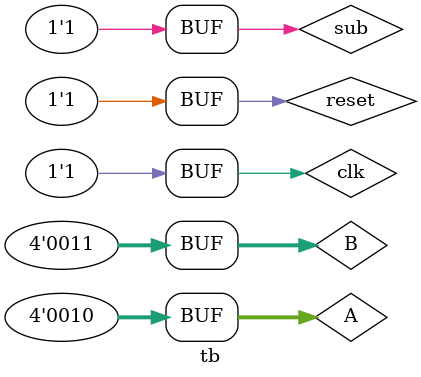
<source format=v>
module part2(input [8:0]SW,
				 input [1:0]KEY,
				 output [6:0]HEX0,
				 output [6:0]HEX1,
				 output [0:0]LEDG);

	wire [3:0]sum,BCD0,BCD1;
	eight_bit_FA addr(SW[8],SW[3:0],SW[7:4],1'b0,KEY[1],KEY[0],sum,LEDG[0]);
	BINtoBCD BIN1(sum,BCD0,BCD1);
	BCDto7 hex0(BCD0,HEX0);
	BCDto7 hex1(BCD1,HEX1);

endmodule

module fullAddr(input a,
					 input b,
					 input ci,
					 output s,
					 output co);
					 
	assign k = a^b;
	assign s = ci^k;
	assign co = ~k&b | k&ci;
	
endmodule 

module eight_bit_FA(input sub,
						  input [3:0]A,
						  input [3:0]B,
						  input Cin,
						  input clk,
						  input reset,
						  output [3:0]S,
						  output Overflow);

	wire [3:0]num1,numOut;
	reg [3:0]num2;
	wire Cout;
	wire [2:0]tmpCarry;
	
	always@(posedge clk or negedge reset)
	begin
		if (reset == 0)
				num2 = 4'b0;
		else 
			begin
				if (sub == 0)
					num2 = B;
				else 
					num2 = ~B + 1'b1;
			end
	end
	
	register R0(A,clk,reset,num1);
	register R2(numOut,clk,reset,S);
	register R3((Cout ^ tmpCarry[2]),clk,reset,Overflow);
	 
	fullAddr bit0(num1[0],num2[0],Cin,numOut[0],tmpCarry[0]);
	fullAddr bit1(num1[1],num2[1],tmpCarry[0],numOut[1],tmpCarry[1]);
	fullAddr bit2(num1[2],num2[2],tmpCarry[1],numOut[2],tmpCarry[2]);
	fullAddr bit3(num1[3],num2[3],tmpCarry[2],numOut[3],Cout);
endmodule

module register(input [3:0]in,
					 input clk,
					 input reset,
					 output reg [3:0]out);

	always@(posedge clk or negedge reset)
	begin
		if (reset == 0)
			out <= 4'b0;
		else 
			out <= in;
	end
					 
endmodule

module BCDto7(input [3:0]sw,
				 output [6:0]hex);
				 
	assign hex[0] =  ~(sw[3] | sw[1] | (sw[2] ~^ sw[0]));
	assign hex[1] =  ~(~sw[2] | (sw[0] ~^ sw[1]));
	assign hex[2] =  ~(sw[2] | ~sw[1] | sw[0]);
	assign hex[3] =  ~(~sw[2]&~sw[0] | sw[1]&~sw[0] | sw[2]&~sw[1]&sw[0] | ~sw[2]&sw[1] | sw[3]);
	assign hex[4] =  ~(~sw[2]&~sw[0] | sw[1]&~sw[0]);
	assign hex[5] =  ~(sw[3] | ~sw[1]&~sw[0] | sw[2]&~sw[1] | sw[2]&~sw[0]);
	assign hex[6] =  ~(sw[3] | sw[1]&~sw[0] | sw[2]^sw[1]);
	
endmodule

module BINtoBCD(input [3:0]BIN,
					 output [3:0]bcd0,
					 output [3:0]bcd1);

	assign bcd0 = BIN%10;
	assign bcd1 = BIN/10;
endmodule

module tb();
	
	reg [3:0]A;
	reg [3:0]B;
	reg reset,clk,sub;
	wire	[6:0]hex0,hex1;
	wire ledg;
	
	part2 test({sub,B,A},{clk,reset},hex0,hex1,ledg);
	
	initial begin
		#0 	clk = 1'b1;	reset = 1'b1;	A = 4'd2;	B = 4'd3; sub = 1;
		#100	clk = 1'b1;	reset = 1'b0;	
		#100	clk = 1'b0;	reset = 1'b1;
		#100	clk = 1'b1;
		#100  clk = 1'b0;
		#100	clk = 1'b1;
		#100	;
	end	
	
endmodule
</source>
